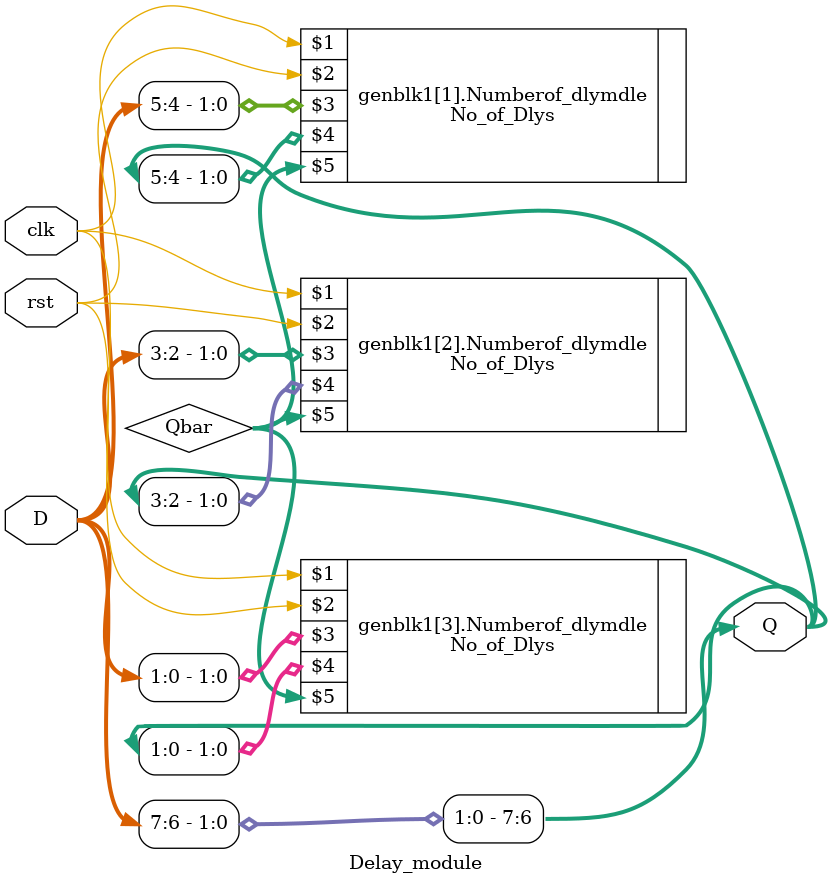
<source format=v>
module Delay_module #(parameter N=2,S=4)(clk,rst,D,Q);
input clk,rst;
input [S*N-1:0]D;
output [S*N-1:0]Q;

wire [N-1:0]Qbar;
assign Q[S*N-1:S*N-N]=D[S*N-1:S*N-N];
genvar i;
generate 
    for(i=1;i<S;i=i+1)
     //Dfpl  #(N,i) Dflpflp_dlymdle(clk,rst, D[N+i*N-1:i*N], Q[N+i*N-1:i*N], Qbar);
    No_of_Dlys  #(N,i) Numberof_dlymdle(clk,rst, D[(S*N-i*N)-1:(S*N-i*N)-N], Q[(S*N-i*N)-1:(S*N-i*N)-N], Qbar);
endgenerate

endmodule






</source>
